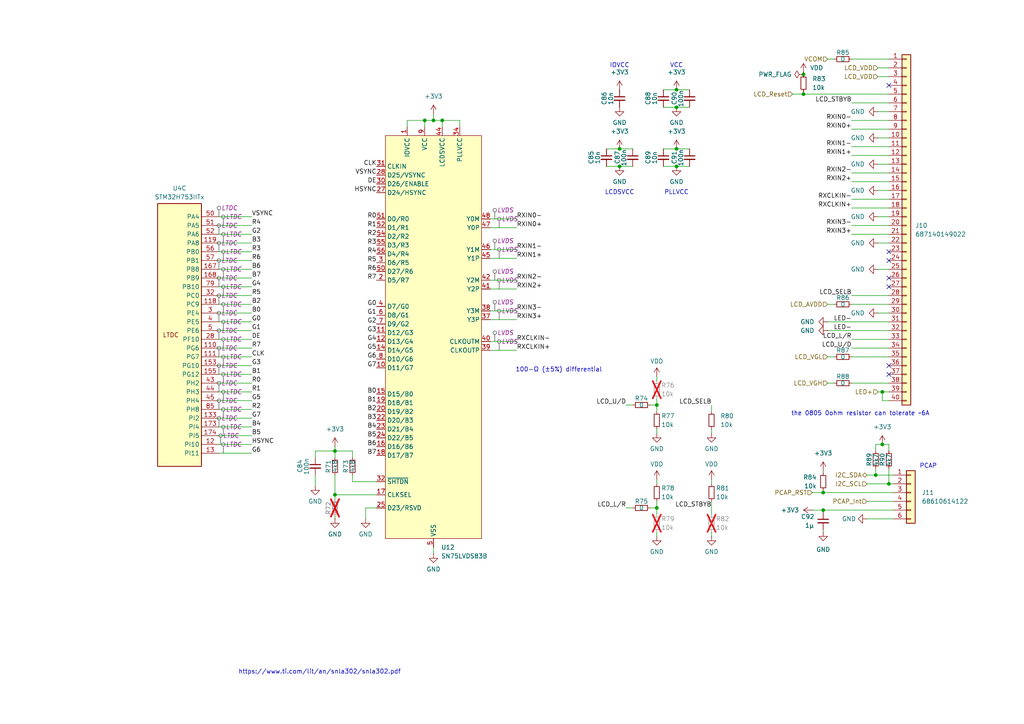
<source format=kicad_sch>
(kicad_sch
	(version 20231120)
	(generator "eeschema")
	(generator_version "8.0")
	(uuid "cfc08744-1338-460e-b9d6-bbb983fd58f1")
	(paper "A4")
	
	(junction
		(at 97.155 130.81)
		(diameter 0)
		(color 0 0 0 0)
		(uuid "0a014240-3880-4e76-9a94-85fc4b86e196")
	)
	(junction
		(at 179.705 48.26)
		(diameter 0)
		(color 0 0 0 0)
		(uuid "1a981e4a-df1f-4554-808a-8cb682e6b709")
	)
	(junction
		(at 255.905 128.905)
		(diameter 0)
		(color 0 0 0 0)
		(uuid "1f38e153-e651-4879-8c77-3220d9bfe30b")
	)
	(junction
		(at 196.215 26.035)
		(diameter 0)
		(color 0 0 0 0)
		(uuid "36bddcfd-11d5-48fe-af61-3a943aa79791")
	)
	(junction
		(at 257.81 140.335)
		(diameter 0)
		(color 0 0 0 0)
		(uuid "3925a27d-4875-405a-8c29-a7ba8d4725f7")
	)
	(junction
		(at 125.73 34.925)
		(diameter 0)
		(color 0 0 0 0)
		(uuid "51eeccfe-6686-4ca9-8aba-d515e08cb179")
	)
	(junction
		(at 190.5 117.475)
		(diameter 0)
		(color 0 0 0 0)
		(uuid "587b8044-6d76-4594-b205-64f5ae3d0cbf")
	)
	(junction
		(at 128.27 34.925)
		(diameter 0)
		(color 0 0 0 0)
		(uuid "5e4fb1b3-b906-42cb-9bcf-1fe43b515c5c")
	)
	(junction
		(at 123.19 34.925)
		(diameter 0)
		(color 0 0 0 0)
		(uuid "6921e377-c6aa-4918-8f18-78751ee65e4b")
	)
	(junction
		(at 233.045 27.305)
		(diameter 0)
		(color 0 0 0 0)
		(uuid "6b7b1be5-7851-40f7-b61c-54746ac8b71c")
	)
	(junction
		(at 179.705 43.18)
		(diameter 0)
		(color 0 0 0 0)
		(uuid "6f2f8254-1c91-4009-962f-948e94f45990")
	)
	(junction
		(at 238.76 147.955)
		(diameter 0)
		(color 0 0 0 0)
		(uuid "833e2d64-fc43-464a-9283-f695744d3d12")
	)
	(junction
		(at 255.905 113.665)
		(diameter 0)
		(color 0 0 0 0)
		(uuid "89518f6e-9c83-421f-9c57-ab6c1f4a7a34")
	)
	(junction
		(at 97.155 143.51)
		(diameter 0)
		(color 0 0 0 0)
		(uuid "b360e58b-d3d1-4f91-b7db-26a83f81783f")
	)
	(junction
		(at 238.76 142.875)
		(diameter 0)
		(color 0 0 0 0)
		(uuid "ba9f6885-d1c2-4976-8e6c-b3c768d67c14")
	)
	(junction
		(at 190.5 147.32)
		(diameter 0)
		(color 0 0 0 0)
		(uuid "cbdd449a-e405-445e-a272-3419885e6243")
	)
	(junction
		(at 196.215 48.26)
		(diameter 0)
		(color 0 0 0 0)
		(uuid "d008a368-33cc-4d3e-b958-698d092dfcd5")
	)
	(junction
		(at 196.215 31.115)
		(diameter 0)
		(color 0 0 0 0)
		(uuid "ec8f96ba-b615-4c3c-85a1-f8ab19bdb118")
	)
	(junction
		(at 233.045 21.59)
		(diameter 0)
		(color 0 0 0 0)
		(uuid "f0bb0dd0-1498-4cf2-80b4-e31af6999afb")
	)
	(junction
		(at 196.215 43.18)
		(diameter 0)
		(color 0 0 0 0)
		(uuid "f4221231-7f4d-4ee4-b654-d71f985c5bf1")
	)
	(junction
		(at 254 137.795)
		(diameter 0)
		(color 0 0 0 0)
		(uuid "f621acd5-9b92-4da7-afc1-ea1e53f7700e")
	)
	(no_connect
		(at 257.81 108.585)
		(uuid "206530de-08a6-4322-927d-360e1543f9c3")
	)
	(no_connect
		(at 257.81 80.645)
		(uuid "4670c019-b6c9-4fcc-b1c1-90483035a52d")
	)
	(no_connect
		(at 257.81 73.025)
		(uuid "57ba4c83-7552-48dc-a263-d34d0b323fe5")
	)
	(no_connect
		(at 257.81 83.185)
		(uuid "58e4a9ba-9959-41ee-8aa7-af7bb26bb0fc")
	)
	(no_connect
		(at 257.81 75.565)
		(uuid "6656bea9-1e28-47cc-8494-9faa91d6f4b4")
	)
	(no_connect
		(at 257.81 24.765)
		(uuid "b5294258-8b2c-4d02-a271-4a5af5e8753b")
	)
	(no_connect
		(at 257.81 106.045)
		(uuid "d5a720d4-226e-4161-a590-27effc13fbc0")
	)
	(wire
		(pts
			(xy 196.215 48.26) (xy 200.025 48.26)
		)
		(stroke
			(width 0)
			(type default)
		)
		(uuid "0298da3d-88c6-441a-bd23-3a8b6279e8c9")
	)
	(wire
		(pts
			(xy 251.46 140.335) (xy 257.81 140.335)
		)
		(stroke
			(width 0)
			(type default)
		)
		(uuid "05e528cd-cd25-429f-b1b3-d804461f1fbb")
	)
	(wire
		(pts
			(xy 257.81 135.89) (xy 257.81 140.335)
		)
		(stroke
			(width 0)
			(type default)
		)
		(uuid "06b39ecd-f131-4d5e-be11-106155e0051c")
	)
	(wire
		(pts
			(xy 149.86 99.06) (xy 142.24 99.06)
		)
		(stroke
			(width 0)
			(type default)
		)
		(uuid "0714a536-7eb6-4ce2-851e-ea015f0458bc")
	)
	(wire
		(pts
			(xy 238.76 154.305) (xy 238.76 153.67)
		)
		(stroke
			(width 0)
			(type default)
		)
		(uuid "07f733c1-2c84-4554-b580-90af3ab3af81")
	)
	(wire
		(pts
			(xy 97.155 149.86) (xy 97.155 150.495)
		)
		(stroke
			(width 0)
			(type default)
		)
		(uuid "09997052-fd26-4555-95c6-8743f1453e4f")
	)
	(wire
		(pts
			(xy 73.025 90.805) (xy 63.5 90.805)
		)
		(stroke
			(width 0)
			(type default)
		)
		(uuid "0c7769d9-58d9-424f-8e8c-af7626579794")
	)
	(wire
		(pts
			(xy 102.235 130.81) (xy 102.235 132.715)
		)
		(stroke
			(width 0)
			(type default)
		)
		(uuid "0c8bd05c-5fba-4223-a449-4cbbc5bdec09")
	)
	(wire
		(pts
			(xy 133.35 34.925) (xy 133.35 36.83)
		)
		(stroke
			(width 0)
			(type default)
		)
		(uuid "0fe53239-7447-4eb5-8ad5-c0e8b73b79db")
	)
	(wire
		(pts
			(xy 125.73 158.75) (xy 125.73 160.655)
		)
		(stroke
			(width 0)
			(type default)
		)
		(uuid "10cb2966-9e76-4d0b-ae0d-260f6ad04f92")
	)
	(wire
		(pts
			(xy 247.015 111.125) (xy 257.81 111.125)
		)
		(stroke
			(width 0)
			(type default)
		)
		(uuid "13c63c44-473b-4821-bfdb-9dab528786c2")
	)
	(wire
		(pts
			(xy 63.5 111.125) (xy 73.025 111.125)
		)
		(stroke
			(width 0)
			(type default)
		)
		(uuid "15e610cc-4c82-431d-a9a2-2303922c457c")
	)
	(wire
		(pts
			(xy 190.5 147.32) (xy 190.5 149.225)
		)
		(stroke
			(width 0)
			(type default)
		)
		(uuid "1682fa89-003e-4157-a37f-bb74a89a1921")
	)
	(wire
		(pts
			(xy 233.045 20.955) (xy 233.045 21.59)
		)
		(stroke
			(width 0)
			(type default)
		)
		(uuid "17155407-70a1-437c-acf1-ef8c745c8d55")
	)
	(wire
		(pts
			(xy 73.025 78.105) (xy 63.5 78.105)
		)
		(stroke
			(width 0)
			(type default)
		)
		(uuid "17d94e04-1564-40d7-929a-7f08193a5664")
	)
	(wire
		(pts
			(xy 238.76 147.955) (xy 238.76 148.59)
		)
		(stroke
			(width 0)
			(type default)
		)
		(uuid "193249d7-42be-4aa3-9346-3782bac88bef")
	)
	(wire
		(pts
			(xy 190.5 109.22) (xy 190.5 110.49)
		)
		(stroke
			(width 0)
			(type default)
		)
		(uuid "19ebde49-e7ee-4f44-aa21-c9a530b73c81")
	)
	(wire
		(pts
			(xy 254.635 90.805) (xy 257.81 90.805)
		)
		(stroke
			(width 0)
			(type default)
		)
		(uuid "1c029d85-b489-425d-b4be-7fb14080dda1")
	)
	(wire
		(pts
			(xy 247.015 88.265) (xy 257.81 88.265)
		)
		(stroke
			(width 0)
			(type default)
		)
		(uuid "1d48773f-2c67-4fd6-b92d-82324b248da6")
	)
	(wire
		(pts
			(xy 247.015 103.505) (xy 257.81 103.505)
		)
		(stroke
			(width 0)
			(type default)
		)
		(uuid "1ec68ab0-74c3-4639-83cb-e6593f6a6859")
	)
	(wire
		(pts
			(xy 73.025 121.285) (xy 63.5 121.285)
		)
		(stroke
			(width 0)
			(type default)
		)
		(uuid "207bac0e-477b-4ecc-a9e7-30d1882c0397")
	)
	(wire
		(pts
			(xy 97.155 130.81) (xy 102.235 130.81)
		)
		(stroke
			(width 0)
			(type default)
		)
		(uuid "23b220bd-13e9-445f-ae5e-3ab326eee3d2")
	)
	(wire
		(pts
			(xy 238.76 142.24) (xy 238.76 142.875)
		)
		(stroke
			(width 0)
			(type default)
		)
		(uuid "23c600d3-e761-4c99-b45d-34adfb2a9b67")
	)
	(wire
		(pts
			(xy 247.015 60.325) (xy 257.81 60.325)
		)
		(stroke
			(width 0)
			(type default)
		)
		(uuid "27619d87-814b-4e66-8ce5-84c9b258f0bf")
	)
	(wire
		(pts
			(xy 142.24 74.93) (xy 149.86 74.93)
		)
		(stroke
			(width 0)
			(type default)
		)
		(uuid "29b1f2f7-9974-4042-9e5d-7f1190fac34f")
	)
	(wire
		(pts
			(xy 142.24 83.82) (xy 149.86 83.82)
		)
		(stroke
			(width 0)
			(type default)
		)
		(uuid "2c715c41-8579-4be5-8127-330173332aa8")
	)
	(wire
		(pts
			(xy 247.015 65.405) (xy 257.81 65.405)
		)
		(stroke
			(width 0)
			(type default)
		)
		(uuid "2f1b7142-5359-4472-b1fd-de96165f83e6")
	)
	(wire
		(pts
			(xy 73.025 80.645) (xy 63.5 80.645)
		)
		(stroke
			(width 0)
			(type default)
		)
		(uuid "2f42cc24-c719-4c2e-85ed-24e93a3cc083")
	)
	(wire
		(pts
			(xy 254.635 22.225) (xy 257.81 22.225)
		)
		(stroke
			(width 0)
			(type default)
		)
		(uuid "2f4e38f2-30cc-442c-b415-30467d32412d")
	)
	(wire
		(pts
			(xy 109.22 139.7) (xy 102.235 139.7)
		)
		(stroke
			(width 0)
			(type default)
		)
		(uuid "2fa43b00-581c-4b57-a7a9-a604f50b01d8")
	)
	(wire
		(pts
			(xy 73.025 70.485) (xy 63.5 70.485)
		)
		(stroke
			(width 0)
			(type default)
		)
		(uuid "2fd05b17-4010-4706-b3dd-e515141cfb1b")
	)
	(wire
		(pts
			(xy 181.61 147.32) (xy 183.515 147.32)
		)
		(stroke
			(width 0)
			(type default)
		)
		(uuid "30ffd6f7-ef1f-437f-9a7c-a23e216c9290")
	)
	(wire
		(pts
			(xy 206.375 117.475) (xy 206.375 119.38)
		)
		(stroke
			(width 0)
			(type default)
		)
		(uuid "312df952-f886-423f-9ecc-b76acc89c019")
	)
	(wire
		(pts
			(xy 247.015 57.785) (xy 257.81 57.785)
		)
		(stroke
			(width 0)
			(type default)
		)
		(uuid "338cbeb0-9e4c-42b6-9787-f19a5da2870c")
	)
	(wire
		(pts
			(xy 73.025 85.725) (xy 63.5 85.725)
		)
		(stroke
			(width 0)
			(type default)
		)
		(uuid "353d6dc0-f1dc-426d-ba7b-8e9e71df4b19")
	)
	(wire
		(pts
			(xy 233.045 26.67) (xy 233.045 27.305)
		)
		(stroke
			(width 0)
			(type default)
		)
		(uuid "354a3f1c-1c85-4f32-9b4a-8a7f5efa4e0a")
	)
	(wire
		(pts
			(xy 254 128.905) (xy 255.905 128.905)
		)
		(stroke
			(width 0)
			(type default)
		)
		(uuid "357e09a7-75f7-41a8-8c60-319f523d3773")
	)
	(wire
		(pts
			(xy 97.155 132.715) (xy 97.155 130.81)
		)
		(stroke
			(width 0)
			(type default)
		)
		(uuid "36eb8b53-c7a4-49dd-be5b-2105c6730fe4")
	)
	(wire
		(pts
			(xy 190.5 145.415) (xy 190.5 147.32)
		)
		(stroke
			(width 0)
			(type default)
		)
		(uuid "37521562-0348-42d1-a316-ad5f22f99668")
	)
	(wire
		(pts
			(xy 106.045 147.32) (xy 109.22 147.32)
		)
		(stroke
			(width 0)
			(type default)
		)
		(uuid "3a719ff8-c0b4-4593-b1f0-e26697bd70c2")
	)
	(wire
		(pts
			(xy 206.375 124.46) (xy 206.375 125.73)
		)
		(stroke
			(width 0)
			(type default)
		)
		(uuid "3ae24d99-1378-4e06-9b17-fab03726b185")
	)
	(wire
		(pts
			(xy 255.905 116.205) (xy 255.905 113.665)
		)
		(stroke
			(width 0)
			(type default)
		)
		(uuid "3d796974-152f-4f56-bd9a-5cb2a66feb94")
	)
	(wire
		(pts
			(xy 149.86 90.17) (xy 142.24 90.17)
		)
		(stroke
			(width 0)
			(type default)
		)
		(uuid "3db8ead2-c244-4591-9f6b-d8e5bc35cade")
	)
	(wire
		(pts
			(xy 251.46 137.795) (xy 254 137.795)
		)
		(stroke
			(width 0)
			(type default)
		)
		(uuid "3f295cfd-ebba-4b1e-bac9-708590bd77b6")
	)
	(wire
		(pts
			(xy 63.5 113.665) (xy 73.025 113.665)
		)
		(stroke
			(width 0)
			(type default)
		)
		(uuid "41c0f2a2-254c-4e56-9716-76286db98166")
	)
	(wire
		(pts
			(xy 91.44 130.81) (xy 97.155 130.81)
		)
		(stroke
			(width 0)
			(type default)
		)
		(uuid "45d0edf7-736a-4aa7-a23f-5212f8458eff")
	)
	(wire
		(pts
			(xy 247.015 17.145) (xy 257.81 17.145)
		)
		(stroke
			(width 0)
			(type default)
		)
		(uuid "466f5f35-7ab1-4d99-b939-c70f85820bed")
	)
	(wire
		(pts
			(xy 255.905 116.205) (xy 257.81 116.205)
		)
		(stroke
			(width 0)
			(type default)
		)
		(uuid "4718d472-c8b6-4441-ab81-d18e38c07fbd")
	)
	(wire
		(pts
			(xy 73.025 95.885) (xy 63.5 95.885)
		)
		(stroke
			(width 0)
			(type default)
		)
		(uuid "474024e8-c41f-40cb-9189-6472ac0431c2")
	)
	(wire
		(pts
			(xy 247.015 52.705) (xy 257.81 52.705)
		)
		(stroke
			(width 0)
			(type default)
		)
		(uuid "48985834-8e71-434f-b58e-ed9ffa085d20")
	)
	(wire
		(pts
			(xy 238.76 147.955) (xy 259.08 147.955)
		)
		(stroke
			(width 0)
			(type default)
		)
		(uuid "4c814185-20ab-4c63-85a3-08873cf631b5")
	)
	(wire
		(pts
			(xy 73.025 126.365) (xy 63.5 126.365)
		)
		(stroke
			(width 0)
			(type default)
		)
		(uuid "4cfb2005-de05-4a9f-b8a3-20c9e3e1b72d")
	)
	(wire
		(pts
			(xy 73.025 88.265) (xy 63.5 88.265)
		)
		(stroke
			(width 0)
			(type default)
		)
		(uuid "502ec2c1-b2f3-4c69-8215-aea89d77cbb8")
	)
	(wire
		(pts
			(xy 235.585 142.875) (xy 238.76 142.875)
		)
		(stroke
			(width 0)
			(type default)
		)
		(uuid "51176f82-a718-44d9-8aac-1fbaebeebff1")
	)
	(wire
		(pts
			(xy 125.73 34.925) (xy 128.27 34.925)
		)
		(stroke
			(width 0)
			(type default)
		)
		(uuid "512c3170-6919-410f-ab24-a01210192fc0")
	)
	(wire
		(pts
			(xy 73.025 75.565) (xy 63.5 75.565)
		)
		(stroke
			(width 0)
			(type default)
		)
		(uuid "5189ac23-5b18-47b9-a125-4cf0911b02fc")
	)
	(wire
		(pts
			(xy 175.895 48.26) (xy 179.705 48.26)
		)
		(stroke
			(width 0)
			(type default)
		)
		(uuid "57ab13e2-8a92-42d1-9fb8-6b02d0766ffe")
	)
	(wire
		(pts
			(xy 188.595 147.32) (xy 190.5 147.32)
		)
		(stroke
			(width 0)
			(type default)
		)
		(uuid "5bb6ede0-1f09-4ee3-b054-e913caa88144")
	)
	(wire
		(pts
			(xy 254.635 62.865) (xy 257.81 62.865)
		)
		(stroke
			(width 0)
			(type default)
		)
		(uuid "5d74f553-7285-4b03-8f7a-7493264e6ca7")
	)
	(wire
		(pts
			(xy 240.03 93.345) (xy 257.81 93.345)
		)
		(stroke
			(width 0)
			(type default)
		)
		(uuid "5f241d29-31c2-41f4-bd3d-059c2e65be39")
	)
	(wire
		(pts
			(xy 73.025 128.905) (xy 63.5 128.905)
		)
		(stroke
			(width 0)
			(type default)
		)
		(uuid "6075275d-7f2e-461d-a448-e93aaa6b54b5")
	)
	(wire
		(pts
			(xy 206.375 139.065) (xy 206.375 140.335)
		)
		(stroke
			(width 0)
			(type default)
		)
		(uuid "60c7230e-5bca-4180-bcca-03d23889c8d9")
	)
	(wire
		(pts
			(xy 240.03 17.145) (xy 241.935 17.145)
		)
		(stroke
			(width 0)
			(type default)
		)
		(uuid "618979c3-fee3-4fd4-90b7-b3a321c9831f")
	)
	(wire
		(pts
			(xy 179.705 43.18) (xy 183.515 43.18)
		)
		(stroke
			(width 0)
			(type default)
		)
		(uuid "652c6c39-fa45-4f03-89a8-cde00a0d1335")
	)
	(wire
		(pts
			(xy 181.61 117.475) (xy 183.515 117.475)
		)
		(stroke
			(width 0)
			(type default)
		)
		(uuid "65cc8ab6-13ef-40a8-9b07-cc9baf602c04")
	)
	(wire
		(pts
			(xy 247.015 67.945) (xy 257.81 67.945)
		)
		(stroke
			(width 0)
			(type default)
		)
		(uuid "671eb76e-ac7c-495b-9377-d06227dbda46")
	)
	(wire
		(pts
			(xy 206.375 154.305) (xy 206.375 155.575)
		)
		(stroke
			(width 0)
			(type default)
		)
		(uuid "68278b12-7341-4bce-ab78-6f965d6478a7")
	)
	(wire
		(pts
			(xy 188.595 117.475) (xy 190.5 117.475)
		)
		(stroke
			(width 0)
			(type default)
		)
		(uuid "6e4fea39-f48b-434e-b2ca-502d3b4c5e09")
	)
	(wire
		(pts
			(xy 106.045 150.495) (xy 106.045 147.32)
		)
		(stroke
			(width 0)
			(type default)
		)
		(uuid "6f5af170-38aa-4c58-a2e9-2e76e811c87e")
	)
	(wire
		(pts
			(xy 63.5 106.045) (xy 73.025 106.045)
		)
		(stroke
			(width 0)
			(type default)
		)
		(uuid "6fd5cd1c-1fce-4386-8556-454db23ddc22")
	)
	(wire
		(pts
			(xy 63.5 108.585) (xy 73.025 108.585)
		)
		(stroke
			(width 0)
			(type default)
		)
		(uuid "705eca2d-93f6-4c58-a085-77d229760b3e")
	)
	(wire
		(pts
			(xy 247.015 100.965) (xy 257.81 100.965)
		)
		(stroke
			(width 0)
			(type default)
		)
		(uuid "71413b15-4c29-4db8-9aca-4d4d08e03b81")
	)
	(wire
		(pts
			(xy 190.5 124.46) (xy 190.5 125.73)
		)
		(stroke
			(width 0)
			(type default)
		)
		(uuid "71808231-1ba2-4266-ac0d-4cd719878a39")
	)
	(wire
		(pts
			(xy 251.46 145.415) (xy 259.08 145.415)
		)
		(stroke
			(width 0)
			(type default)
		)
		(uuid "718cbf0e-2c2e-4dfb-aa82-e96c26e595e9")
	)
	(wire
		(pts
			(xy 73.025 98.425) (xy 63.5 98.425)
		)
		(stroke
			(width 0)
			(type default)
		)
		(uuid "7346d934-c35c-43c1-88c0-f88dc480586d")
	)
	(wire
		(pts
			(xy 123.19 34.925) (xy 125.73 34.925)
		)
		(stroke
			(width 0)
			(type default)
		)
		(uuid "79289023-9eda-4942-b277-ffdf5c17a90c")
	)
	(wire
		(pts
			(xy 206.375 145.415) (xy 206.375 149.225)
		)
		(stroke
			(width 0)
			(type default)
		)
		(uuid "79526d75-b91c-4e80-a209-f4f7252523a2")
	)
	(wire
		(pts
			(xy 240.03 95.885) (xy 257.81 95.885)
		)
		(stroke
			(width 0)
			(type default)
		)
		(uuid "7a3e6c4f-9432-460d-bcc3-675f61fb2f7b")
	)
	(wire
		(pts
			(xy 240.03 88.265) (xy 241.935 88.265)
		)
		(stroke
			(width 0)
			(type default)
		)
		(uuid "7ba4c5a6-fc2a-42bf-835e-6d3fe146eb49")
	)
	(wire
		(pts
			(xy 73.025 65.405) (xy 63.5 65.405)
		)
		(stroke
			(width 0)
			(type default)
		)
		(uuid "7c194a2f-2393-4372-aed6-e1e9f16266e8")
	)
	(wire
		(pts
			(xy 247.015 85.725) (xy 257.81 85.725)
		)
		(stroke
			(width 0)
			(type default)
		)
		(uuid "7d97b2ea-9c3a-4444-8140-5f88442d21a4")
	)
	(wire
		(pts
			(xy 102.235 139.7) (xy 102.235 137.795)
		)
		(stroke
			(width 0)
			(type default)
		)
		(uuid "7ef4ed38-09cf-4dc1-8d17-593720d6bfbd")
	)
	(wire
		(pts
			(xy 257.81 140.335) (xy 259.08 140.335)
		)
		(stroke
			(width 0)
			(type default)
		)
		(uuid "80449c22-7a2e-48ef-b100-319c64440b08")
	)
	(wire
		(pts
			(xy 91.44 130.81) (xy 91.44 132.715)
		)
		(stroke
			(width 0)
			(type default)
		)
		(uuid "8052b36c-73f0-4c99-a4b1-bba64c1b82e2")
	)
	(wire
		(pts
			(xy 118.11 34.925) (xy 123.19 34.925)
		)
		(stroke
			(width 0)
			(type default)
		)
		(uuid "82256a26-20d4-4f1c-8160-6219baaaf0fd")
	)
	(wire
		(pts
			(xy 192.405 31.115) (xy 196.215 31.115)
		)
		(stroke
			(width 0)
			(type default)
		)
		(uuid "824ceded-869f-4f61-9b0d-737a6d94db16")
	)
	(wire
		(pts
			(xy 254.635 32.385) (xy 257.81 32.385)
		)
		(stroke
			(width 0)
			(type default)
		)
		(uuid "83cc7d18-3605-4624-a3e7-065a5db17972")
	)
	(wire
		(pts
			(xy 97.155 129.54) (xy 97.155 130.81)
		)
		(stroke
			(width 0)
			(type default)
		)
		(uuid "862bf58b-0b37-45d1-90c8-c77c888bb601")
	)
	(wire
		(pts
			(xy 238.76 142.875) (xy 259.08 142.875)
		)
		(stroke
			(width 0)
			(type default)
		)
		(uuid "8a253ece-2bc3-43e4-9198-530d6b262d90")
	)
	(wire
		(pts
			(xy 255.905 113.665) (xy 257.81 113.665)
		)
		(stroke
			(width 0)
			(type default)
		)
		(uuid "8b0d9d8b-5c7a-4cad-883a-66ceb5f7ef54")
	)
	(wire
		(pts
			(xy 240.03 103.505) (xy 241.935 103.505)
		)
		(stroke
			(width 0)
			(type default)
		)
		(uuid "8b6da8b0-de78-4e0a-9628-aa523a0de7bb")
	)
	(wire
		(pts
			(xy 254.635 70.485) (xy 257.81 70.485)
		)
		(stroke
			(width 0)
			(type default)
		)
		(uuid "8fcba768-840e-438e-ac66-8ec626ed306c")
	)
	(wire
		(pts
			(xy 175.895 43.18) (xy 179.705 43.18)
		)
		(stroke
			(width 0)
			(type default)
		)
		(uuid "90afa069-9607-44d1-8a5b-5ef07d699a4a")
	)
	(wire
		(pts
			(xy 123.19 34.925) (xy 123.19 36.83)
		)
		(stroke
			(width 0)
			(type default)
		)
		(uuid "95aa725c-7b4c-4809-b773-ab53822a785e")
	)
	(wire
		(pts
			(xy 91.44 137.795) (xy 91.44 140.97)
		)
		(stroke
			(width 0)
			(type default)
		)
		(uuid "96be8705-1aaf-4f28-aace-ecacb5b0fc86")
	)
	(wire
		(pts
			(xy 235.585 147.955) (xy 238.76 147.955)
		)
		(stroke
			(width 0)
			(type default)
		)
		(uuid "9af2513d-bd0e-422c-8c69-9f61ea71fb1c")
	)
	(wire
		(pts
			(xy 247.015 34.925) (xy 257.81 34.925)
		)
		(stroke
			(width 0)
			(type default)
		)
		(uuid "9afaf073-8914-4b5f-9a09-321c7823603b")
	)
	(wire
		(pts
			(xy 149.86 63.5) (xy 142.24 63.5)
		)
		(stroke
			(width 0)
			(type default)
		)
		(uuid "9b1bb6e8-b640-4df4-90e7-f515e45fb94d")
	)
	(wire
		(pts
			(xy 257.81 128.905) (xy 257.81 130.81)
		)
		(stroke
			(width 0)
			(type default)
		)
		(uuid "9c4d6a6f-f984-42f1-a37b-45ccd36c49c2")
	)
	(wire
		(pts
			(xy 254.635 113.665) (xy 255.905 113.665)
		)
		(stroke
			(width 0)
			(type default)
		)
		(uuid "9cb67b43-cabd-47e1-99bb-bf896041f2a0")
	)
	(wire
		(pts
			(xy 255.905 128.905) (xy 257.81 128.905)
		)
		(stroke
			(width 0)
			(type default)
		)
		(uuid "9cd4ebb7-1f67-4d4a-86a6-5d4df2a67f6d")
	)
	(wire
		(pts
			(xy 73.025 103.505) (xy 63.5 103.505)
		)
		(stroke
			(width 0)
			(type default)
		)
		(uuid "9cd80d76-b308-4f36-bf78-30d41cf882c2")
	)
	(wire
		(pts
			(xy 73.025 123.825) (xy 63.5 123.825)
		)
		(stroke
			(width 0)
			(type default)
		)
		(uuid "a0b0b6be-49e7-466a-9be7-f5d9a5e202c7")
	)
	(wire
		(pts
			(xy 73.025 62.865) (xy 63.5 62.865)
		)
		(stroke
			(width 0)
			(type default)
		)
		(uuid "a2d4b60b-4a56-4117-9f46-350310b40e10")
	)
	(wire
		(pts
			(xy 238.76 136.525) (xy 238.76 137.16)
		)
		(stroke
			(width 0)
			(type default)
		)
		(uuid "a38bdfda-67d3-463a-8274-24b317601fed")
	)
	(wire
		(pts
			(xy 196.215 43.18) (xy 200.025 43.18)
		)
		(stroke
			(width 0)
			(type default)
		)
		(uuid "a42e8e46-cd2f-432f-9417-b53432b08db3")
	)
	(wire
		(pts
			(xy 233.045 27.305) (xy 257.81 27.305)
		)
		(stroke
			(width 0)
			(type default)
		)
		(uuid "a94d2cb2-c0e3-4b77-867f-08036eb8635e")
	)
	(wire
		(pts
			(xy 179.705 48.26) (xy 183.515 48.26)
		)
		(stroke
			(width 0)
			(type default)
		)
		(uuid "a9ab5bcb-7b6e-465d-8750-6972b61c2bbb")
	)
	(wire
		(pts
			(xy 196.215 31.115) (xy 200.025 31.115)
		)
		(stroke
			(width 0)
			(type default)
		)
		(uuid "aa32b454-0871-44c0-a45c-e8ddba70bf7e")
	)
	(wire
		(pts
			(xy 73.025 83.185) (xy 63.5 83.185)
		)
		(stroke
			(width 0)
			(type default)
		)
		(uuid "ab9141a5-c2e4-4987-b240-5417d21ae07d")
	)
	(wire
		(pts
			(xy 247.015 50.165) (xy 257.81 50.165)
		)
		(stroke
			(width 0)
			(type default)
		)
		(uuid "ae07fa32-ecd4-4f47-9f9a-68257480dc89")
	)
	(wire
		(pts
			(xy 254.635 19.685) (xy 257.81 19.685)
		)
		(stroke
			(width 0)
			(type default)
		)
		(uuid "ae5d1da4-dc18-4b2d-bc7a-ff67f4fd9e22")
	)
	(wire
		(pts
			(xy 73.025 73.025) (xy 63.5 73.025)
		)
		(stroke
			(width 0)
			(type default)
		)
		(uuid "ae88b2ef-c6a0-445c-8cfe-50ec635910c2")
	)
	(wire
		(pts
			(xy 254.635 78.105) (xy 257.81 78.105)
		)
		(stroke
			(width 0)
			(type default)
		)
		(uuid "b3918266-6f83-4b67-95c2-a18adeb3b8f8")
	)
	(wire
		(pts
			(xy 247.015 98.425) (xy 257.81 98.425)
		)
		(stroke
			(width 0)
			(type default)
		)
		(uuid "b74665b8-9c25-4e6e-9b69-3020ade95bd7")
	)
	(wire
		(pts
			(xy 125.73 33.02) (xy 125.73 34.925)
		)
		(stroke
			(width 0)
			(type default)
		)
		(uuid "b840f00d-7dd3-40a7-a038-2bd1432f126e")
	)
	(wire
		(pts
			(xy 128.27 34.925) (xy 133.35 34.925)
		)
		(stroke
			(width 0)
			(type default)
		)
		(uuid "b92b6ecf-f5c2-4e28-a6c0-424f103af062")
	)
	(wire
		(pts
			(xy 254.635 55.245) (xy 257.81 55.245)
		)
		(stroke
			(width 0)
			(type default)
		)
		(uuid "ba578d3a-fb82-4cea-8c1f-7e1fda372293")
	)
	(wire
		(pts
			(xy 254 137.795) (xy 259.08 137.795)
		)
		(stroke
			(width 0)
			(type default)
		)
		(uuid "bbd5ddb8-14c3-4b2b-aa92-4b50e140d68c")
	)
	(wire
		(pts
			(xy 251.46 150.495) (xy 259.08 150.495)
		)
		(stroke
			(width 0)
			(type default)
		)
		(uuid "bc4832a6-be93-4682-a561-6bd59cf7249f")
	)
	(wire
		(pts
			(xy 254 128.905) (xy 254 130.81)
		)
		(stroke
			(width 0)
			(type default)
		)
		(uuid "bd98bc5c-a944-4744-b53e-8f22f3ee1dda")
	)
	(wire
		(pts
			(xy 142.24 101.6) (xy 149.86 101.6)
		)
		(stroke
			(width 0)
			(type default)
		)
		(uuid "bdbf3e05-4ce9-4913-af14-3d367f3a176f")
	)
	(wire
		(pts
			(xy 247.015 37.465) (xy 257.81 37.465)
		)
		(stroke
			(width 0)
			(type default)
		)
		(uuid "bef8842b-46f7-4d9f-b8ff-b5523cb14e85")
	)
	(wire
		(pts
			(xy 73.025 67.945) (xy 63.5 67.945)
		)
		(stroke
			(width 0)
			(type default)
		)
		(uuid "bf035543-2a39-45e7-8df5-7690765d5f49")
	)
	(wire
		(pts
			(xy 254.635 40.005) (xy 257.81 40.005)
		)
		(stroke
			(width 0)
			(type default)
		)
		(uuid "bf23b9bf-e84b-4f47-83d9-2d403c4d44e9")
	)
	(wire
		(pts
			(xy 63.5 118.745) (xy 73.025 118.745)
		)
		(stroke
			(width 0)
			(type default)
		)
		(uuid "c74f487b-259d-4448-825c-86a0898969f4")
	)
	(wire
		(pts
			(xy 192.405 43.18) (xy 196.215 43.18)
		)
		(stroke
			(width 0)
			(type default)
		)
		(uuid "c98340a9-4958-44da-bead-778ce16b983c")
	)
	(wire
		(pts
			(xy 247.015 45.085) (xy 257.81 45.085)
		)
		(stroke
			(width 0)
			(type default)
		)
		(uuid "c9db60b3-18a2-4d9a-b871-8efab5d8404d")
	)
	(wire
		(pts
			(xy 192.405 26.035) (xy 196.215 26.035)
		)
		(stroke
			(width 0)
			(type default)
		)
		(uuid "cedf6cc6-cf0c-4876-9970-dbb1e94e38da")
	)
	(wire
		(pts
			(xy 149.86 72.39) (xy 142.24 72.39)
		)
		(stroke
			(width 0)
			(type default)
		)
		(uuid "d075d592-3916-48ba-bae1-4c662547c997")
	)
	(wire
		(pts
			(xy 73.025 100.965) (xy 63.5 100.965)
		)
		(stroke
			(width 0)
			(type default)
		)
		(uuid "d45c6d57-f568-4cd8-b7c8-36ad8932d851")
	)
	(wire
		(pts
			(xy 190.5 117.475) (xy 190.5 119.38)
		)
		(stroke
			(width 0)
			(type default)
		)
		(uuid "e03c2f78-ecb6-4011-a780-91df4e9eb48f")
	)
	(wire
		(pts
			(xy 142.24 92.71) (xy 149.86 92.71)
		)
		(stroke
			(width 0)
			(type default)
		)
		(uuid "e0779c4d-d336-4ce1-bfa3-a3790b2fc8bf")
	)
	(wire
		(pts
			(xy 73.025 131.445) (xy 63.5 131.445)
		)
		(stroke
			(width 0)
			(type default)
		)
		(uuid "e08e363e-2784-44c9-a7c0-82001ed08804")
	)
	(wire
		(pts
			(xy 190.5 139.065) (xy 190.5 140.335)
		)
		(stroke
			(width 0)
			(type default)
		)
		(uuid "e0bfcbdd-bdf9-48a7-a6f5-92a1581af31c")
	)
	(wire
		(pts
			(xy 247.015 42.545) (xy 257.81 42.545)
		)
		(stroke
			(width 0)
			(type default)
		)
		(uuid "e2388c05-3c96-4150-bfba-fabf46d0bbae")
	)
	(wire
		(pts
			(xy 97.155 137.795) (xy 97.155 143.51)
		)
		(stroke
			(width 0)
			(type default)
		)
		(uuid "e70de6e4-78af-4d30-a1cb-1182b39e31e4")
	)
	(wire
		(pts
			(xy 142.24 66.04) (xy 149.86 66.04)
		)
		(stroke
			(width 0)
			(type default)
		)
		(uuid "e7cab5c7-8679-4b50-a42f-f882b181fbb9")
	)
	(wire
		(pts
			(xy 118.11 36.83) (xy 118.11 34.925)
		)
		(stroke
			(width 0)
			(type default)
		)
		(uuid "ea9d0ea8-e098-4297-9c55-b45bedd20476")
	)
	(wire
		(pts
			(xy 149.86 81.28) (xy 142.24 81.28)
		)
		(stroke
			(width 0)
			(type default)
		)
		(uuid "eb39c25b-ffe2-4da6-a0b2-8af71d0c1172")
	)
	(wire
		(pts
			(xy 192.405 48.26) (xy 196.215 48.26)
		)
		(stroke
			(width 0)
			(type default)
		)
		(uuid "f16df34f-8751-4964-b975-6f243a856a47")
	)
	(wire
		(pts
			(xy 240.03 111.125) (xy 241.935 111.125)
		)
		(stroke
			(width 0)
			(type default)
		)
		(uuid "f2557df2-1adf-456b-8f1a-153221d9ea7f")
	)
	(wire
		(pts
			(xy 254 135.89) (xy 254 137.795)
		)
		(stroke
			(width 0)
			(type default)
		)
		(uuid "f34b4a7f-30c2-4c02-acad-64be66476446")
	)
	(wire
		(pts
			(xy 63.5 116.205) (xy 73.025 116.205)
		)
		(stroke
			(width 0)
			(type default)
		)
		(uuid "f535fc31-7588-4f12-9448-61babb53b8af")
	)
	(wire
		(pts
			(xy 97.155 143.51) (xy 109.22 143.51)
		)
		(stroke
			(width 0)
			(type default)
		)
		(uuid "f554973e-e8dd-4851-bca8-6fe663208a8f")
	)
	(wire
		(pts
			(xy 97.155 143.51) (xy 97.155 144.78)
		)
		(stroke
			(width 0)
			(type default)
		)
		(uuid "f564e718-be05-4a41-9b64-a20ab63ac335")
	)
	(wire
		(pts
			(xy 73.025 93.345) (xy 63.5 93.345)
		)
		(stroke
			(width 0)
			(type default)
		)
		(uuid "f5a32e9c-1591-4c8b-a8ac-b0056357b0dd")
	)
	(wire
		(pts
			(xy 190.5 154.305) (xy 190.5 155.575)
		)
		(stroke
			(width 0)
			(type default)
		)
		(uuid "f86d5a4b-b4ea-4bd2-b58a-bff92fc439ab")
	)
	(wire
		(pts
			(xy 247.015 29.845) (xy 257.81 29.845)
		)
		(stroke
			(width 0)
			(type default)
		)
		(uuid "f8bd3e43-06b8-48bc-969c-a24c8a936e42")
	)
	(wire
		(pts
			(xy 229.87 27.305) (xy 233.045 27.305)
		)
		(stroke
			(width 0)
			(type default)
		)
		(uuid "f907b5bd-be26-4ce3-bba1-b715c06131de")
	)
	(wire
		(pts
			(xy 190.5 115.57) (xy 190.5 117.475)
		)
		(stroke
			(width 0)
			(type default)
		)
		(uuid "fc269f37-55eb-4e62-8764-57f209f35f43")
	)
	(wire
		(pts
			(xy 254.635 47.625) (xy 257.81 47.625)
		)
		(stroke
			(width 0)
			(type default)
		)
		(uuid "fd2d8bec-9089-483f-bc2e-e8ddcafcfebb")
	)
	(wire
		(pts
			(xy 128.27 34.925) (xy 128.27 36.83)
		)
		(stroke
			(width 0)
			(type default)
		)
		(uuid "fe954440-ef8c-4f09-84e0-0a27616cf92c")
	)
	(wire
		(pts
			(xy 196.215 26.035) (xy 200.025 26.035)
		)
		(stroke
			(width 0)
			(type default)
		)
		(uuid "ffa19dcc-fc4d-4cde-b3c6-4f1326019579")
	)
	(text "100-Ω (±5%) differential "
		(exclude_from_sim no)
		(at 162.56 107.315 0)
		(effects
			(font
				(size 1.27 1.27)
			)
		)
		(uuid "1da41025-8cff-4a99-b544-8c763a73e2d1")
	)
	(text "PLLVCC"
		(exclude_from_sim no)
		(at 196.215 55.88 0)
		(effects
			(font
				(size 1.27 1.27)
			)
		)
		(uuid "69441736-eb38-4f01-a3f7-3aea416466f1")
	)
	(text "VCC"
		(exclude_from_sim no)
		(at 196.215 19.05 0)
		(effects
			(font
				(size 1.27 1.27)
			)
		)
		(uuid "7910a5ee-8ec7-4e91-a5a0-12c5f115d328")
	)
	(text "PCAP"
		(exclude_from_sim no)
		(at 269.24 135.255 0)
		(effects
			(font
				(size 1.27 1.27)
			)
		)
		(uuid "953f9d08-beaa-4a51-9778-13ce58a1a9e4")
	)
	(text "IOVCC"
		(exclude_from_sim no)
		(at 179.705 19.05 0)
		(effects
			(font
				(size 1.27 1.27)
			)
		)
		(uuid "9606f5f8-be5b-4b2d-8242-fc97946d3518")
	)
	(text "LCDSVCC"
		(exclude_from_sim no)
		(at 179.705 55.88 0)
		(effects
			(font
				(size 1.27 1.27)
			)
		)
		(uuid "b0eadaf5-52dd-452a-a86a-3eeecaa6db12")
	)
	(text "https://www.ti.com/lit/an/snla302/snla302.pdf"
		(exclude_from_sim no)
		(at 92.71 194.945 0)
		(effects
			(font
				(size 1.27 1.27)
			)
		)
		(uuid "bb44997b-1e8e-473d-b79d-3a23b573ff01")
	)
	(text "the 0805 0ohm resistor can tolerate ~6A"
		(exclude_from_sim no)
		(at 249.555 120.015 0)
		(effects
			(font
				(size 1.27 1.27)
			)
		)
		(uuid "ec6e7b20-8941-4277-a49c-06890acb3044")
	)
	(label "RXIN3-"
		(at 149.86 90.17 0)
		(effects
			(font
				(size 1.27 1.27)
			)
			(justify left bottom)
		)
		(uuid "00d2695c-ba7e-4b9b-a7dc-eb3405ab6848")
	)
	(label "CLK"
		(at 109.22 48.26 180)
		(effects
			(font
				(size 1.27 1.27)
			)
			(justify right bottom)
		)
		(uuid "0152042a-2e95-49bd-8c52-583776a4d18d")
	)
	(label "G7"
		(at 109.22 106.68 180)
		(effects
			(font
				(size 1.27 1.27)
			)
			(justify right bottom)
		)
		(uuid "08754e1f-e8f7-4846-ab84-6afec5cd4af9")
	)
	(label "R6"
		(at 73.025 75.565 0)
		(effects
			(font
				(size 1.27 1.27)
			)
			(justify left bottom)
		)
		(uuid "08ca3b5f-fac8-4fb4-9832-087b8859e3e4")
	)
	(label "G6"
		(at 73.025 131.445 0)
		(effects
			(font
				(size 1.27 1.27)
			)
			(justify left bottom)
		)
		(uuid "096b0597-da20-426d-a588-67938caf16a3")
	)
	(label "B0"
		(at 109.22 114.3 180)
		(effects
			(font
				(size 1.27 1.27)
			)
			(justify right bottom)
		)
		(uuid "096d8b65-3f35-45ea-a2cb-ec5d8c6d025a")
	)
	(label "RXIN2+"
		(at 247.015 52.705 180)
		(effects
			(font
				(size 1.27 1.27)
			)
			(justify right bottom)
		)
		(uuid "0e44530d-a1d4-42ae-910e-b7fa88ab0906")
	)
	(label "G6"
		(at 109.22 104.14 180)
		(effects
			(font
				(size 1.27 1.27)
			)
			(justify right bottom)
		)
		(uuid "148f24ec-133d-46ba-8469-e51a77694918")
	)
	(label "LED-"
		(at 247.015 95.885 180)
		(effects
			(font
				(size 1.27 1.27)
			)
			(justify right bottom)
		)
		(uuid "1734c896-d62e-44bd-8d20-21a2e9dccd60")
	)
	(label "B0"
		(at 73.025 90.805 0)
		(effects
			(font
				(size 1.27 1.27)
			)
			(justify left bottom)
		)
		(uuid "2533289e-e9d3-45ba-974c-2c60d94ab3ac")
	)
	(label "B5"
		(at 73.025 126.365 0)
		(effects
			(font
				(size 1.27 1.27)
			)
			(justify left bottom)
		)
		(uuid "2b03ce00-50b9-443b-a694-95e2ad9fbd0b")
	)
	(label "RXCLKIN+"
		(at 247.015 60.325 180)
		(effects
			(font
				(size 1.27 1.27)
			)
			(justify right bottom)
		)
		(uuid "2bc06b32-3f21-403a-9e2f-cc5591cc7bf4")
	)
	(label "B6"
		(at 73.025 78.105 0)
		(effects
			(font
				(size 1.27 1.27)
			)
			(justify left bottom)
		)
		(uuid "2f13269d-acbc-4026-a52b-966bcaf67fb9")
	)
	(label "R5"
		(at 109.22 76.2 180)
		(effects
			(font
				(size 1.27 1.27)
			)
			(justify right bottom)
		)
		(uuid "2f9635c8-4f48-4faf-a078-cffff38268eb")
	)
	(label "G5"
		(at 109.22 101.6 180)
		(effects
			(font
				(size 1.27 1.27)
			)
			(justify right bottom)
		)
		(uuid "2ff65520-03fa-4157-9b8f-e439531e5d4d")
	)
	(label "R5"
		(at 73.025 85.725 0)
		(effects
			(font
				(size 1.27 1.27)
			)
			(justify left bottom)
		)
		(uuid "30a26e4c-77dd-4daa-959d-9445d0b53384")
	)
	(label "LCD_STBYB"
		(at 206.375 147.32 180)
		(effects
			(font
				(size 1.27 1.27)
			)
			(justify right bottom)
		)
		(uuid "313daad7-5729-4cd5-a0eb-96ce9856e820")
	)
	(label "HSYNC"
		(at 73.025 128.905 0)
		(effects
			(font
				(size 1.27 1.27)
			)
			(justify left bottom)
		)
		(uuid "37ed1a4c-aaa7-4117-9939-eaf71c7fd3dd")
	)
	(label "VSYNC"
		(at 73.025 62.865 0)
		(effects
			(font
				(size 1.27 1.27)
			)
			(justify left bottom)
		)
		(uuid "4027ccb6-ccfc-48bb-ac38-97fd486ede19")
	)
	(label "R3"
		(at 73.025 73.025 0)
		(effects
			(font
				(size 1.27 1.27)
			)
			(justify left bottom)
		)
		(uuid "402fbdd1-f16d-42f6-b6d4-2893e3aeedfc")
	)
	(label "RXIN3+"
		(at 149.86 92.71 0)
		(effects
			(font
				(size 1.27 1.27)
			)
			(justify left bottom)
		)
		(uuid "4a58a965-b7ea-4b42-b760-89192e489f04")
	)
	(label "B3"
		(at 73.025 70.485 0)
		(effects
			(font
				(size 1.27 1.27)
			)
			(justify left bottom)
		)
		(uuid "4fe9fb27-c50c-4dba-8b12-14fe9d941704")
	)
	(label "R0"
		(at 73.025 111.125 0)
		(effects
			(font
				(size 1.27 1.27)
			)
			(justify left bottom)
		)
		(uuid "5036eab7-a315-4c60-9769-172ad985f941")
	)
	(label "R6"
		(at 109.22 78.74 180)
		(effects
			(font
				(size 1.27 1.27)
			)
			(justify right bottom)
		)
		(uuid "50a8c713-5dc9-4c0c-87ac-23fc241eaac3")
	)
	(label "RXIN3+"
		(at 247.015 67.945 180)
		(effects
			(font
				(size 1.27 1.27)
			)
			(justify right bottom)
		)
		(uuid "57003274-96a1-4384-8c1a-2fe513369741")
	)
	(label "R1"
		(at 73.025 113.665 0)
		(effects
			(font
				(size 1.27 1.27)
			)
			(justify left bottom)
		)
		(uuid "57fc748d-c2ac-41da-bfa8-02cfdd97af99")
	)
	(label "B1"
		(at 109.22 116.84 180)
		(effects
			(font
				(size 1.27 1.27)
			)
			(justify right bottom)
		)
		(uuid "5a19eec5-bc36-4a24-9e46-c05116e0da24")
	)
	(label "RXIN2-"
		(at 149.86 81.28 0)
		(effects
			(font
				(size 1.27 1.27)
			)
			(justify left bottom)
		)
		(uuid "5db48e7d-4953-4fc8-b0c0-3d62cafc07b8")
	)
	(label "G3"
		(at 73.025 106.045 0)
		(effects
			(font
				(size 1.27 1.27)
			)
			(justify left bottom)
		)
		(uuid "5ece0f61-52d4-421f-b104-18f73cbff931")
	)
	(label "DE"
		(at 73.025 98.425 0)
		(effects
			(font
				(size 1.27 1.27)
			)
			(justify left bottom)
		)
		(uuid "5f11e062-7669-4fed-ae54-2410bfd2c9aa")
	)
	(label "B4"
		(at 109.22 124.46 180)
		(effects
			(font
				(size 1.27 1.27)
			)
			(justify right bottom)
		)
		(uuid "6243d259-549d-440c-89a5-83209aebb695")
	)
	(label "G3"
		(at 109.22 96.52 180)
		(effects
			(font
				(size 1.27 1.27)
			)
			(justify right bottom)
		)
		(uuid "6475158b-452e-4407-bc5c-cbe2225862a0")
	)
	(label "B3"
		(at 109.22 121.92 180)
		(effects
			(font
				(size 1.27 1.27)
			)
			(justify right bottom)
		)
		(uuid "68a208c6-5f66-4de8-95eb-958a270c0efd")
	)
	(label "RXIN2+"
		(at 149.86 83.82 0)
		(effects
			(font
				(size 1.27 1.27)
			)
			(justify left bottom)
		)
		(uuid "6a680cca-13a6-4f53-947d-dd7b77cb8d80")
	)
	(label "RXCLKIN-"
		(at 149.86 99.06 0)
		(effects
			(font
				(size 1.27 1.27)
			)
			(justify left bottom)
		)
		(uuid "6f80c29e-dcfb-470f-b8a3-254f5fe8390b")
	)
	(label "G2"
		(at 109.22 93.98 180)
		(effects
			(font
				(size 1.27 1.27)
			)
			(justify right bottom)
		)
		(uuid "6fe78f8c-aa6c-495b-a2d0-7e4f6326bc40")
	)
	(label "LCD_L{slash}R"
		(at 181.61 147.32 180)
		(effects
			(font
				(size 1.27 1.27)
			)
			(justify right bottom)
		)
		(uuid "701f3dff-6da1-4e71-87d5-12c85549e106")
	)
	(label "R3"
		(at 109.22 71.12 180)
		(effects
			(font
				(size 1.27 1.27)
			)
			(justify right bottom)
		)
		(uuid "708b591f-2881-4ae0-a20b-d8559f75da6e")
	)
	(label "B5"
		(at 109.22 127 180)
		(effects
			(font
				(size 1.27 1.27)
			)
			(justify right bottom)
		)
		(uuid "70da06be-4e17-4517-957d-299c1ceb91d9")
	)
	(label "LCD_U{slash}D"
		(at 181.61 117.475 180)
		(effects
			(font
				(size 1.27 1.27)
			)
			(justify right bottom)
		)
		(uuid "736e1f78-2325-48bc-b630-11f9ba7deaad")
	)
	(label "G1"
		(at 109.22 91.44 180)
		(effects
			(font
				(size 1.27 1.27)
			)
			(justify right bottom)
		)
		(uuid "82a3c86b-2ae2-4258-a371-0c95745c9d37")
	)
	(label "RXIN1-"
		(at 247.015 42.545 180)
		(effects
			(font
				(size 1.27 1.27)
			)
			(justify right bottom)
		)
		(uuid "9071c682-3516-4aba-9b72-926e5fa6e5bc")
	)
	(label "R4"
		(at 109.22 73.66 180)
		(effects
			(font
				(size 1.27 1.27)
			)
			(justify right bottom)
		)
		(uuid "90d54928-5f90-4149-bde2-70defc6cd53c")
	)
	(label "B2"
		(at 109.22 119.38 180)
		(effects
			(font
				(size 1.27 1.27)
			)
			(justify right bottom)
		)
		(uuid "939d674a-7322-4175-89d4-6cd3eda47fcd")
	)
	(label "R2"
		(at 73.025 118.745 0)
		(effects
			(font
				(size 1.27 1.27)
			)
			(justify left bottom)
		)
		(uuid "94c16b95-1411-4c82-ab58-c6752095558e")
	)
	(label "RXIN1+"
		(at 247.015 45.085 180)
		(effects
			(font
				(size 1.27 1.27)
			)
			(justify right bottom)
		)
		(uuid "9905f431-c83d-495d-8fe2-35654f4019ee")
	)
	(label "R2"
		(at 109.22 68.58 180)
		(effects
			(font
				(size 1.27 1.27)
			)
			(justify right bottom)
		)
		(uuid "9935db15-f43d-43b7-bea3-038a4563c6a7")
	)
	(label "G4"
		(at 73.025 83.185 0)
		(effects
			(font
				(size 1.27 1.27)
			)
			(justify left bottom)
		)
		(uuid "9a114369-d623-4017-b616-6be20bbadbe7")
	)
	(label "G5"
		(at 73.025 116.205 0)
		(effects
			(font
				(size 1.27 1.27)
			)
			(justify left bottom)
		)
		(uuid "a74c3866-9696-441e-9426-16d3b6653334")
	)
	(label "R1"
		(at 109.22 66.04 180)
		(effects
			(font
				(size 1.27 1.27)
			)
			(justify right bottom)
		)
		(uuid "a817359a-3459-47a6-8818-6adb45365941")
	)
	(label "R7"
		(at 109.22 81.28 180)
		(effects
			(font
				(size 1.27 1.27)
			)
			(justify right bottom)
		)
		(uuid "ac079dbe-5a78-4a17-966e-171b8aced527")
	)
	(label "LCD_L{slash}R"
		(at 247.015 98.425 180)
		(effects
			(font
				(size 1.27 1.27)
			)
			(justify right bottom)
		)
		(uuid "af953849-ae79-4acc-9dd4-43444d84753b")
	)
	(label "B6"
		(at 109.22 129.54 180)
		(effects
			(font
				(size 1.27 1.27)
			)
			(justify right bottom)
		)
		(uuid "b0621dcb-a832-422e-b6eb-2d5b296b5c91")
	)
	(label "B1"
		(at 73.025 108.585 0)
		(effects
			(font
				(size 1.27 1.27)
			)
			(justify left bottom)
		)
		(uuid "b8bb422a-6cb6-44d7-8efe-c78bca779ae7")
	)
	(label "RXIN3-"
		(at 247.015 65.405 180)
		(effects
			(font
				(size 1.27 1.27)
			)
			(justify right bottom)
		)
		(uuid "b9c11c3c-104f-422e-aa41-9c235b7c0fc2")
	)
	(label "RXIN0+"
		(at 149.86 66.04 0)
		(effects
			(font
				(size 1.27 1.27)
			)
			(justify left bottom)
		)
		(uuid "b9c9e84b-4347-4742-9098-b667fb92b454")
	)
	(label "B7"
		(at 73.025 80.645 0)
		(effects
			(font
				(size 1.27 1.27)
			)
			(justify left bottom)
		)
		(uuid "c02d7445-1166-41f6-90dc-bbc5efa3194f")
	)
	(label "RXIN0+"
		(at 247.015 37.465 180)
		(effects
			(font
				(size 1.27 1.27)
			)
			(justify right bottom)
		)
		(uuid "c4763b04-115c-41c7-850d-a985c42bc0c0")
	)
	(label "RXIN0-"
		(at 149.86 63.5 0)
		(effects
			(font
				(size 1.27 1.27)
			)
			(justify left bottom)
		)
		(uuid "c7fe985c-fcd6-423c-9a11-e177e191ec62")
	)
	(label "G0"
		(at 109.22 88.9 180)
		(effects
			(font
				(size 1.27 1.27)
			)
			(justify right bottom)
		)
		(uuid "c8abbefb-8dd6-4a5b-a015-e266fb5b1ef4")
	)
	(label "R0"
		(at 109.22 63.5 180)
		(effects
			(font
				(size 1.27 1.27)
			)
			(justify right bottom)
		)
		(uuid "c9efc170-5f61-4d65-ad7e-22c526cf67ae")
	)
	(label "RXIN0-"
		(at 247.015 34.925 180)
		(effects
			(font
				(size 1.27 1.27)
			)
			(justify right bottom)
		)
		(uuid "d06c52dc-fbc3-4fab-9eee-173335b7e10f")
	)
	(label "RXIN2-"
		(at 247.015 50.165 180)
		(effects
			(font
				(size 1.27 1.27)
			)
			(justify right bottom)
		)
		(uuid "d0a7a9ef-000a-4c51-ad98-e4f29d14666f")
	)
	(label "VSYNC"
		(at 109.22 50.8 180)
		(effects
			(font
				(size 1.27 1.27)
			)
			(justify right bottom)
		)
		(uuid "d2598da9-f418-4cea-ba7a-c8a9e011890c")
	)
	(label "LED-"
		(at 247.015 93.345 180)
		(effects
			(font
				(size 1.27 1.27)
			)
			(justify right bottom)
		)
		(uuid "d39ef679-e84b-4496-9a68-7890c3c1cf76")
	)
	(label "CLK"
		(at 73.025 103.505 0)
		(effects
			(font
				(size 1.27 1.27)
			)
			(justify left bottom)
		)
		(uuid "d517b796-9870-4a9a-9e4d-e348d03fd5c2")
	)
	(label "B7"
		(at 109.22 132.08 180)
		(effects
			(font
				(size 1.27 1.27)
			)
			(justify right bottom)
		)
		(uuid "d8f9f2c4-0c1b-4083-a93f-78683476a003")
	)
	(label "RXIN1+"
		(at 149.86 74.93 0)
		(effects
			(font
				(size 1.27 1.27)
			)
			(justify left bottom)
		)
		(uuid "ddbd3f55-cf36-4eac-ac86-5a9811fc7432")
	)
	(label "G4"
		(at 109.22 99.06 180)
		(effects
			(font
				(size 1.27 1.27)
			)
			(justify right bottom)
		)
		(uuid "de5900e9-f2b0-45a4-a513-48b158a9284c")
	)
	(label "G1"
		(at 73.025 95.885 0)
		(effects
			(font
				(size 1.27 1.27)
			)
			(justify left bottom)
		)
		(uuid "de7d90ee-d86b-4bfd-a987-0356c8844a67")
	)
	(label "HSYNC"
		(at 109.22 55.88 180)
		(effects
			(font
				(size 1.27 1.27)
			)
			(justify right bottom)
		)
		(uuid "dec2560e-1c9e-4de4-99ac-b11179322378")
	)
	(label "DE"
		(at 109.22 53.34 180)
		(effects
			(font
				(size 1.27 1.27)
			)
			(justify right bottom)
		)
		(uuid "ded0d982-9f4c-41a8-b23e-e86a83d8dcfa")
	)
	(label "G0"
		(at 73.025 93.345 0)
		(effects
			(font
				(size 1.27 1.27)
			)
			(justify left bottom)
		)
		(uuid "e050301c-7a8f-46e2-809d-9668034dcb70")
	)
	(label "G7"
		(at 73.025 121.285 0)
		(effects
			(font
				(size 1.27 1.27)
			)
			(justify left bottom)
		)
		(uuid "e25cac01-a1d1-4410-9453-dc1e7dee9884")
	)
	(label "RXCLKIN-"
		(at 247.015 57.785 180)
		(effects
			(font
				(size 1.27 1.27)
			)
			(justify right bottom)
		)
		(uuid "e3479dc0-fac6-47ea-afd9-7a262d6f45ef")
	)
	(label "B4"
		(at 73.025 123.825 0)
		(effects
			(font
				(size 1.27 1.27)
			)
			(justify left bottom)
		)
		(uuid "e7ccaf11-9574-4634-8ca0-f954410a4778")
	)
	(label "R4"
		(at 73.025 65.405 0)
		(effects
			(font
				(size 1.27 1.27)
			)
			(justify left bottom)
		)
		(uuid "e91c9602-f555-4d1a-969c-4d914a963e81")
	)
	(label "LCD_SELB"
		(at 206.375 117.475 180)
		(effects
			(font
				(size 1.27 1.27)
			)
			(justify right bottom)
		)
		(uuid "e9d94d1f-97da-4201-b98e-6b26159f2204")
	)
	(label "B2"
		(at 73.025 88.265 0)
		(effects
			(font
				(size 1.27 1.27)
			)
			(justify left bottom)
		)
		(uuid "ed36f253-9a6b-4cae-b9ae-6752c6373800")
	)
	(label "LCD_U{slash}D"
		(at 247.015 100.965 180)
		(effects
			(font
				(size 1.27 1.27)
			)
			(justify right bottom)
		)
		(uuid "f1579240-69c8-4d8a-89ae-2a00d9698b8b")
	)
	(label "RXIN1-"
		(at 149.86 72.39 0)
		(effects
			(font
				(size 1.27 1.27)
			)
			(justify left bottom)
		)
		(uuid "f360c92e-2eb1-4534-86d2-2f65a605e7b6")
	)
	(label "G2"
		(at 73.025 67.945 0)
		(effects
			(font
				(size 1.27 1.27)
			)
			(justify left bottom)
		)
		(uuid "f40a8545-3449-45e3-888c-94ec74c3e77a")
	)
	(label "LCD_STBYB"
		(at 247.015 29.845 180)
		(effects
			(font
				(size 1.27 1.27)
			)
			(justify right bottom)
		)
		(uuid "f71214ca-fedd-46f5-9f55-ff4662ffc85a")
	)
	(label "LCD_SELB"
		(at 247.015 85.725 180)
		(effects
			(font
				(size 1.27 1.27)
			)
			(justify right bottom)
		)
		(uuid "f95e3bdd-eb99-4910-b163-a94bde2e55b0")
	)
	(label "R7"
		(at 73.025 100.965 0)
		(effects
			(font
				(size 1.27 1.27)
			)
			(justify left bottom)
		)
		(uuid "fa4f78e8-8127-423f-8374-784ea8cb31b0")
	)
	(label "RXCLKIN+"
		(at 149.86 101.6 0)
		(effects
			(font
				(size 1.27 1.27)
			)
			(justify left bottom)
		)
		(uuid "fed5ce88-e465-4cb9-ac19-177ee6aeaeae")
	)
	(hierarchical_label "I2C_SCL"
		(shape input)
		(at 251.46 140.335 180)
		(effects
			(font
				(size 1.27 1.27)
			)
			(justify right)
		)
		(uuid "1ab6f00c-4a46-41c8-ae71-62438a1901db")
	)
	(hierarchical_label "PCAP_Int"
		(shape input)
		(at 251.46 145.415 180)
		(effects
			(font
				(size 1.27 1.27)
			)
			(justify right)
		)
		(uuid "1baf865d-5d73-4094-9716-7ec9ddfb880c")
	)
	(hierarchical_label "LCD_VDD"
		(shape input)
		(at 254.635 19.685 180)
		(effects
			(font
				(size 1.27 1.27)
			)
			(justify right)
		)
		(uuid "1cb8394a-6551-44a5-94f5-9a55976fa885")
	)
	(hierarchical_label "LCD_Reset"
		(shape input)
		(at 229.87 27.305 180)
		(effects
			(font
				(size 1.27 1.27)
			)
			(justify right)
		)
		(uuid "3579fe0b-9c7c-44f8-b11f-875457a2d732")
	)
	(hierarchical_label "LED+"
		(shape input)
		(at 254.635 113.665 180)
		(effects
			(font
				(size 1.27 1.27)
			)
			(justify right)
		)
		(uuid "5d887882-77df-48ca-a3fa-32f22354fec8")
	)
	(hierarchical_label "PCAP_RST"
		(shape input)
		(at 235.585 142.875 180)
		(effects
			(font
				(size 1.27 1.27)
			)
			(justify right)
		)
		(uuid "70f5d4c1-d1b5-4cd8-be6e-bae512455c36")
	)
	(hierarchical_label "LCD_VDD"
		(shape input)
		(at 254.635 22.225 180)
		(effects
			(font
				(size 1.27 1.27)
			)
			(justify right)
		)
		(uuid "718c457c-fe3e-4eaf-b528-ded487caec70")
	)
	(hierarchical_label "LCD_AVDD"
		(shape input)
		(at 240.03 88.265 180)
		(effects
			(font
				(size 1.27 1.27)
			)
			(justify right)
		)
		(uuid "a745d38e-3ecf-4a92-87f8-56a262c48090")
	)
	(hierarchical_label "LCD_VGL"
		(shape input)
		(at 240.03 103.505 180)
		(effects
			(font
				(size 1.27 1.27)
			)
			(justify right)
		)
		(uuid "ba6aa2aa-24fd-4032-ad36-51c269141a80")
	)
	(hierarchical_label "LCD_VGH"
		(shape input)
		(at 240.03 111.125 180)
		(effects
			(font
				(size 1.27 1.27)
			)
			(justify right)
		)
		(uuid "d13f801a-0cc5-4ca0-985c-aa8dc2440f1b")
	)
	(hierarchical_label "I2C_SDA"
		(shape bidirectional)
		(at 251.46 137.795 180)
		(effects
			(font
				(size 1.27 1.27)
			)
			(justify right)
		)
		(uuid "dfa79da5-f1e7-4715-9c84-2d937db7ef21")
	)
	(hierarchical_label "VCOM"
		(shape input)
		(at 240.03 17.145 180)
		(effects
			(font
				(size 1.27 1.27)
			)
			(justify right)
		)
		(uuid "ef493566-be05-4363-ae1e-b8d428e435c9")
	)
	(netclass_flag ""
		(length 2.54)
		(shape round)
		(at 63.5 93.345 0)
		(fields_autoplaced yes)
		(effects
			(font
				(size 1.27 1.27)
			)
			(justify left bottom)
		)
		(uuid "07499a3e-8428-445d-a00e-3ca149902aa3")
		(property "Netclass" "LTDC"
			(at 64.1985 90.805 0)
			(effects
				(font
					(size 1.27 1.27)
					(italic yes)
				)
				(justify left)
			)
		)
	)
	(netclass_flag ""
		(length 2.54)
		(shape round)
		(at 64.77 
... [114961 chars truncated]
</source>
